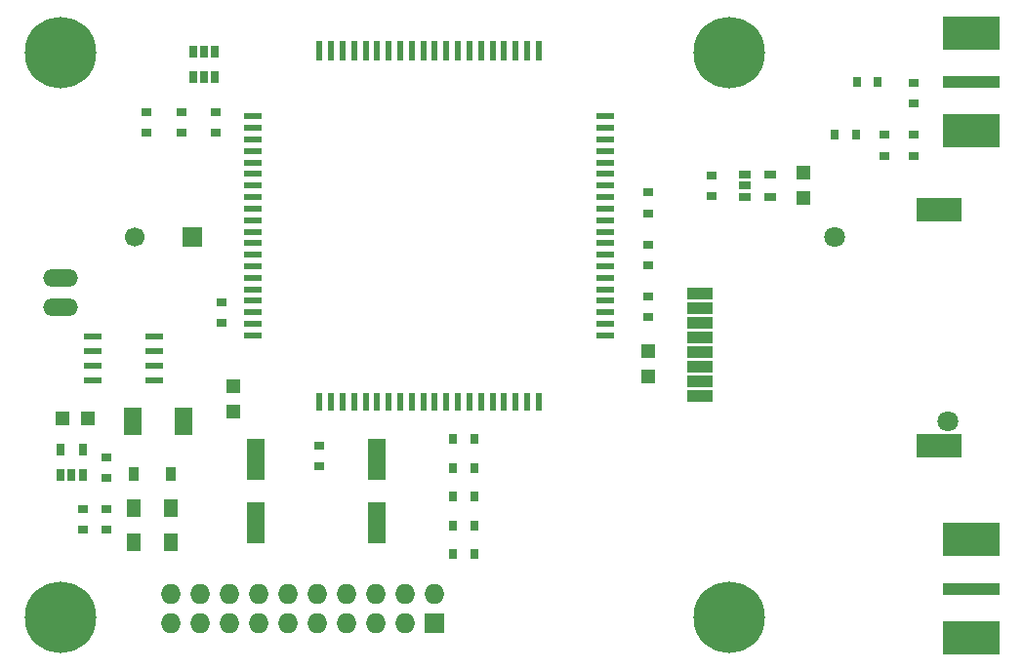
<source format=gts>
G04 #@! TF.FileFunction,Soldermask,Top*
%FSLAX46Y46*%
G04 Gerber Fmt 4.6, Leading zero omitted, Abs format (unit mm)*
G04 Created by KiCad (PCBNEW 4.0.0-rc1-stable) date 11/3/2015 9:26:12 AM*
%MOMM*%
G01*
G04 APERTURE LIST*
%ADD10C,0.100000*%
%ADD11R,0.600000X1.800000*%
%ADD12R,1.500000X0.600000*%
%ADD13R,0.600000X1.500000*%
%ADD14R,0.900000X0.700000*%
%ADD15R,1.727200X1.727200*%
%ADD16O,1.727200X1.727200*%
%ADD17R,0.700000X0.900000*%
%ADD18R,0.800000X0.900000*%
%ADD19R,0.900000X0.800000*%
%ADD20R,1.200000X1.600000*%
%ADD21R,1.200000X1.250000*%
%ADD22R,1.250000X1.200000*%
%ADD23R,1.550000X0.600000*%
%ADD24R,0.650000X1.060000*%
%ADD25O,3.014980X1.506220*%
%ADD26R,5.000000X1.100000*%
%ADD27R,5.000000X3.000000*%
%ADD28R,2.300000X1.000000*%
%ADD29R,4.000000X2.000000*%
%ADD30C,1.800000*%
%ADD31R,1.500000X2.400000*%
%ADD32R,0.910000X1.220000*%
%ADD33R,1.600200X3.599180*%
%ADD34C,1.700000*%
%ADD35R,1.700000X1.700000*%
%ADD36R,1.060000X0.650000*%
%ADD37C,6.200000*%
G04 APERTURE END LIST*
D10*
D11*
X158500000Y-85750000D03*
X157500000Y-85750000D03*
X156500000Y-85750000D03*
X155500000Y-85750000D03*
X154500000Y-85750000D03*
X153500000Y-85750000D03*
X152500000Y-85750000D03*
X151500000Y-85750000D03*
X150500000Y-85750000D03*
X149500000Y-85750000D03*
X148500000Y-85750000D03*
X147500000Y-85750000D03*
X146500000Y-85750000D03*
X145500000Y-85750000D03*
X144500000Y-85750000D03*
X143500000Y-85750000D03*
X142500000Y-85750000D03*
X141500000Y-85750000D03*
X140500000Y-85750000D03*
X139500000Y-85750000D03*
D12*
X133750000Y-91500000D03*
X133750000Y-92500000D03*
X133750000Y-93500000D03*
X133750000Y-94500000D03*
X133750000Y-95500000D03*
X133750000Y-96500000D03*
X133750000Y-97500000D03*
X133750000Y-98500000D03*
X133750000Y-99500000D03*
X133750000Y-100500000D03*
X133750000Y-101500000D03*
X133750000Y-102500000D03*
X133750000Y-103500000D03*
X133750000Y-104500000D03*
X133750000Y-105500000D03*
X133750000Y-106500000D03*
X133750000Y-107500000D03*
X133750000Y-108500000D03*
X133750000Y-109500000D03*
X133750000Y-110500000D03*
D13*
X139500000Y-116250000D03*
X140500000Y-116250000D03*
X141500000Y-116250000D03*
X142500000Y-116250000D03*
X143500000Y-116250000D03*
X144500000Y-116250000D03*
X145500000Y-116250000D03*
X146500000Y-116250000D03*
X147500000Y-116250000D03*
X148500000Y-116250000D03*
X149500000Y-116250000D03*
X150500000Y-116250000D03*
X151500000Y-116250000D03*
X152500000Y-116250000D03*
X153500000Y-116250000D03*
X154500000Y-116250000D03*
X155500000Y-116250000D03*
X156500000Y-116250000D03*
X157500000Y-116250000D03*
X158500000Y-116250000D03*
D12*
X164250000Y-110500000D03*
X164250000Y-109500000D03*
X164250000Y-108500000D03*
X164250000Y-107500000D03*
X164250000Y-106500000D03*
X164250000Y-105500000D03*
X164250000Y-104500000D03*
X164250000Y-103500000D03*
X164250000Y-102500000D03*
X164250000Y-101500000D03*
X164250000Y-100500000D03*
X164250000Y-99500000D03*
X164250000Y-98500000D03*
X164250000Y-97500000D03*
X164250000Y-96500000D03*
X164250000Y-95500000D03*
X164250000Y-94500000D03*
X164250000Y-93500000D03*
X164250000Y-92500000D03*
X164250000Y-91500000D03*
D14*
X173500000Y-96600000D03*
X173500000Y-98400000D03*
D15*
X149500000Y-135500000D03*
D16*
X149500000Y-132960000D03*
X146960000Y-135500000D03*
X146960000Y-132960000D03*
X144420000Y-135500000D03*
X144420000Y-132960000D03*
X141880000Y-135500000D03*
X141880000Y-132960000D03*
X139340000Y-135500000D03*
X139340000Y-132960000D03*
X136800000Y-135500000D03*
X136800000Y-132960000D03*
X134260000Y-135500000D03*
X134260000Y-132960000D03*
X131720000Y-135500000D03*
X131720000Y-132960000D03*
X129180000Y-135500000D03*
X129180000Y-132960000D03*
X126640000Y-135500000D03*
X126640000Y-132960000D03*
D17*
X187900000Y-88500000D03*
X186100000Y-88500000D03*
D18*
X152900000Y-119500000D03*
X151100000Y-119500000D03*
X152900000Y-122000000D03*
X151100000Y-122000000D03*
X152900000Y-124500000D03*
X151100000Y-124500000D03*
D19*
X119000000Y-127400000D03*
X119000000Y-125600000D03*
X121000000Y-121100000D03*
X121000000Y-122900000D03*
X127500000Y-92900000D03*
X127500000Y-91100000D03*
X130500000Y-92900000D03*
X130500000Y-91100000D03*
X124500000Y-92900000D03*
X124500000Y-91100000D03*
D18*
X151100000Y-127000000D03*
X152900000Y-127000000D03*
X151100000Y-129500000D03*
X152900000Y-129500000D03*
D14*
X191000000Y-88600000D03*
X191000000Y-90400000D03*
D17*
X184200000Y-93100000D03*
X186000000Y-93100000D03*
D19*
X139500000Y-120100000D03*
X139500000Y-121900000D03*
D20*
X126600000Y-125500000D03*
X123400000Y-125500000D03*
X126600000Y-128500000D03*
X123400000Y-128500000D03*
D14*
X121000000Y-127400000D03*
X121000000Y-125600000D03*
D21*
X117200000Y-117700000D03*
X119400000Y-117700000D03*
D22*
X168000000Y-111900000D03*
X168000000Y-114100000D03*
D14*
X168000000Y-108900000D03*
X168000000Y-107100000D03*
X131000000Y-109400000D03*
X131000000Y-107600000D03*
D22*
X132000000Y-114900000D03*
X132000000Y-117100000D03*
D14*
X188500000Y-93100000D03*
X188500000Y-94900000D03*
X191000000Y-93100000D03*
X191000000Y-94900000D03*
X168000000Y-104400000D03*
X168000000Y-102600000D03*
X168000000Y-98100000D03*
X168000000Y-99900000D03*
D23*
X119800000Y-110595000D03*
X119800000Y-111865000D03*
X119800000Y-113135000D03*
X119800000Y-114405000D03*
X125200000Y-114405000D03*
X125200000Y-113135000D03*
X125200000Y-111865000D03*
X125200000Y-110595000D03*
D24*
X117050000Y-122600000D03*
X118000000Y-122600000D03*
X118950000Y-122600000D03*
X118950000Y-120400000D03*
X117050000Y-120400000D03*
X130450000Y-85900000D03*
X129500000Y-85900000D03*
X128550000Y-85900000D03*
X128550000Y-88100000D03*
X130450000Y-88100000D03*
X129500000Y-88100000D03*
D25*
X117000000Y-105480000D03*
X117000000Y-108020000D03*
D26*
X196000000Y-132500000D03*
D27*
X196000000Y-128250000D03*
X196000000Y-136750000D03*
D26*
X196000000Y-88500000D03*
D27*
X196000000Y-84250000D03*
X196000000Y-92750000D03*
D28*
X172505000Y-106830000D03*
X172505000Y-109370000D03*
X172505000Y-111910000D03*
X172505000Y-115720000D03*
X172505000Y-108100000D03*
X172505000Y-110640000D03*
X172505000Y-113180000D03*
X172505000Y-114450000D03*
D29*
X193200000Y-99550000D03*
X193200000Y-120100000D03*
D30*
X193970000Y-117990000D03*
X184170000Y-101940000D03*
D31*
X123300000Y-118000000D03*
X127700000Y-118000000D03*
D32*
X126635000Y-122500000D03*
X123365000Y-122500000D03*
D33*
X144500000Y-121249180D03*
X144500000Y-126750820D03*
X134000000Y-121249180D03*
X134000000Y-126750820D03*
D34*
X123500000Y-102000000D03*
D35*
X128500000Y-102000000D03*
D22*
X181500000Y-96400000D03*
X181500000Y-98600000D03*
D36*
X176400000Y-96550000D03*
X176400000Y-97500000D03*
X176400000Y-98450000D03*
X178600000Y-98450000D03*
X178600000Y-96550000D03*
D37*
X117000000Y-135000000D03*
X117000000Y-86000000D03*
X175000000Y-86000000D03*
X175000000Y-135000000D03*
M02*

</source>
